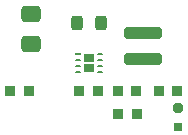
<source format=gtp>
G04*
G04 #@! TF.GenerationSoftware,Altium Limited,Altium Designer,20.1.14 (287)*
G04*
G04 Layer_Color=8421504*
%FSLAX25Y25*%
%MOIN*%
G70*
G04*
G04 #@! TF.SameCoordinates,1C3036EA-9198-4DC0-AC4A-3EF54EA2E58D*
G04*
G04*
G04 #@! TF.FilePolarity,Positive*
G04*
G01*
G75*
%ADD14R,0.03543X0.02756*%
G04:AMPARAMS|DCode=15|XSize=9.84mil|YSize=19.68mil|CornerRadius=2.46mil|HoleSize=0mil|Usage=FLASHONLY|Rotation=90.000|XOffset=0mil|YOffset=0mil|HoleType=Round|Shape=RoundedRectangle|*
%AMROUNDEDRECTD15*
21,1,0.00984,0.01476,0,0,90.0*
21,1,0.00492,0.01968,0,0,90.0*
1,1,0.00492,0.00738,0.00246*
1,1,0.00492,0.00738,-0.00246*
1,1,0.00492,-0.00738,-0.00246*
1,1,0.00492,-0.00738,0.00246*
%
%ADD15ROUNDEDRECTD15*%
%ADD16R,0.01968X0.00984*%
G04:AMPARAMS|DCode=17|XSize=125.98mil|YSize=39.37mil|CornerRadius=9.84mil|HoleSize=0mil|Usage=FLASHONLY|Rotation=180.000|XOffset=0mil|YOffset=0mil|HoleType=Round|Shape=RoundedRectangle|*
%AMROUNDEDRECTD17*
21,1,0.12598,0.01968,0,0,180.0*
21,1,0.10630,0.03937,0,0,180.0*
1,1,0.01968,-0.05315,0.00984*
1,1,0.01968,0.05315,0.00984*
1,1,0.01968,0.05315,-0.00984*
1,1,0.01968,-0.05315,-0.00984*
%
%ADD17ROUNDEDRECTD17*%
G04:AMPARAMS|DCode=18|XSize=35.43mil|YSize=35.43mil|CornerRadius=8.86mil|HoleSize=0mil|Usage=FLASHONLY|Rotation=270.000|XOffset=0mil|YOffset=0mil|HoleType=Round|Shape=RoundedRectangle|*
%AMROUNDEDRECTD18*
21,1,0.03543,0.01772,0,0,270.0*
21,1,0.01772,0.03543,0,0,270.0*
1,1,0.01772,-0.00886,-0.00886*
1,1,0.01772,-0.00886,0.00886*
1,1,0.01772,0.00886,0.00886*
1,1,0.01772,0.00886,-0.00886*
%
%ADD18ROUNDEDRECTD18*%
G04:AMPARAMS|DCode=19|XSize=31.5mil|YSize=31.5mil|CornerRadius=7.87mil|HoleSize=0mil|Usage=FLASHONLY|Rotation=180.000|XOffset=0mil|YOffset=0mil|HoleType=Round|Shape=RoundedRectangle|*
%AMROUNDEDRECTD19*
21,1,0.03150,0.01575,0,0,180.0*
21,1,0.01575,0.03150,0,0,180.0*
1,1,0.01575,-0.00787,0.00787*
1,1,0.01575,0.00787,0.00787*
1,1,0.01575,0.00787,-0.00787*
1,1,0.01575,-0.00787,-0.00787*
%
%ADD19ROUNDEDRECTD19*%
%ADD20R,0.03150X0.03150*%
G04:AMPARAMS|DCode=21|XSize=64.96mil|YSize=55.12mil|CornerRadius=13.78mil|HoleSize=0mil|Usage=FLASHONLY|Rotation=180.000|XOffset=0mil|YOffset=0mil|HoleType=Round|Shape=RoundedRectangle|*
%AMROUNDEDRECTD21*
21,1,0.06496,0.02756,0,0,180.0*
21,1,0.03740,0.05512,0,0,180.0*
1,1,0.02756,-0.01870,0.01378*
1,1,0.02756,0.01870,0.01378*
1,1,0.02756,0.01870,-0.01378*
1,1,0.02756,-0.01870,-0.01378*
%
%ADD21ROUNDEDRECTD21*%
G04:AMPARAMS|DCode=22|XSize=47.24mil|YSize=39.37mil|CornerRadius=9.84mil|HoleSize=0mil|Usage=FLASHONLY|Rotation=270.000|XOffset=0mil|YOffset=0mil|HoleType=Round|Shape=RoundedRectangle|*
%AMROUNDEDRECTD22*
21,1,0.04724,0.01968,0,0,270.0*
21,1,0.02756,0.03937,0,0,270.0*
1,1,0.01968,-0.00984,-0.01378*
1,1,0.01968,-0.00984,0.01378*
1,1,0.01968,0.00984,0.01378*
1,1,0.01968,0.00984,-0.01378*
%
%ADD22ROUNDEDRECTD22*%
D14*
X49213Y47441D02*
D03*
X49213Y50984D02*
D03*
D15*
X52953Y46260D02*
D03*
Y48228D02*
D03*
Y50197D02*
D03*
Y52165D02*
D03*
X45472Y46260D02*
D03*
Y48228D02*
D03*
Y50197D02*
D03*
D16*
Y52165D02*
D03*
D17*
X67323Y59055D02*
D03*
Y50394D02*
D03*
D18*
X52362Y39764D02*
D03*
X46063D02*
D03*
X23050Y39900D02*
D03*
X29350D02*
D03*
X72441Y39764D02*
D03*
X78740D02*
D03*
X65256Y32087D02*
D03*
X58957D02*
D03*
X65059Y39862D02*
D03*
X58760D02*
D03*
D19*
X79000Y34150D02*
D03*
D20*
Y27850D02*
D03*
D21*
X29823Y55413D02*
D03*
Y65650D02*
D03*
D22*
X53150Y62598D02*
D03*
X45276D02*
D03*
M02*

</source>
